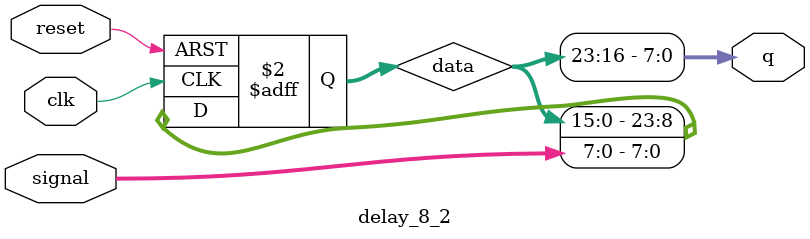
<source format=v>
`timescale 1ns / 1ps

/*
 * Basic 1 tick delay module
 */
module delay_1(
    input clk,
    input reset,
    input signal,
    output q
    );
	 
	 reg [1:0] data;
	 
	 always @ (posedge clk or posedge reset) begin
		if (reset)
			data = 0;
		else
			data = {data[0:0],signal};
	 end
	 
	 assign q = data[1:1];
	 
endmodule

/*
 * Same delay module, but gives 1 on reset;
 */
module delay_1_1(
    input clk,
    input reset,
    input signal,
    output q
    );
	 
	 reg [1:0] data;
	 
	 always @ (posedge clk or posedge reset) begin
		if (reset)
			data = 3;
		else
			data = {data[0:0],signal};
	 end
	 
	 assign q = data[1:1];
	 
endmodule

/*
 * Same delay module, but on negative edge;
 */
module delay_n_1(
    input clk,
    input reset,
    input signal,
    output q
    );
	 
	 reg [1:0] data;
	 
	 always @ (negedge clk or posedge reset) begin
		if (reset)
			data = 0;
		else
			data = {data[0:0],signal};
	 end
	 
	 assign q = data[1:1];
	 
endmodule

module delay_3(
    input clk,
    input reset,
    input [2:0] signal,
    output [2:0] q
    );
	 
	 reg [5:0] data;
	 
	 always @ (posedge clk or posedge reset) begin
		if (reset)
			data = 0;
		else
			data = {data[2:0],signal};
	 end
	 
	 assign q = data[5:3];
	 
endmodule

module delay_4(
    input clk,
    input reset,
    input [3:0] signal,
    output [3:0] q
    );
	 
	 reg [7:0] data;
	 
	 always @ (posedge clk or posedge reset) begin
		if (reset)
			data = 0;
		else
			data = {data[3:0],signal};
	 end
	 
	 assign q = data[7:4];
	 
endmodule

module delay_4_2( // 4 wide 1 tick delay
    input clk,
    input reset,
    input [3:0] signal,
    output [3:0] q
    );
	 
	 reg [11:0] data;
	 
	 always @ (posedge clk or posedge reset) begin
		if (reset)
			data = 0;
		else
			data = {data[7:0],signal};
	 end
	 
	 assign q = data[11:8];
	 
endmodule

module delay_8_2( // 8 wide 2 tick delay
    input clk,
    input reset,
    input [7:0] signal,
    output [7:0] q
    );
	 
	 reg [23:0] data;
	 
	 always @ (posedge clk or posedge reset) begin
		if (reset)
			data = 0;
		else
			data = {data[15:0],signal};
	 end
	 
	 assign q = data[23:16];
	 
endmodule

</source>
